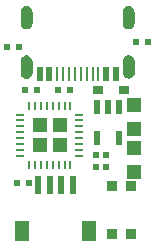
<source format=gbr>
G04 EAGLE Gerber RS-274X export*
G75*
%MOMM*%
%FSLAX34Y34*%
%LPD*%
%INSolderpaste Top*%
%IPPOS*%
%AMOC8*
5,1,8,0,0,1.08239X$1,22.5*%
G01*
%ADD10R,1.300000X1.200000*%
%ADD11R,0.900000X0.900000*%
%ADD12R,0.800000X0.250000*%
%ADD13R,0.250000X0.800000*%
%ADD14R,1.143000X1.143000*%
%ADD15R,0.600000X0.600000*%
%ADD16R,0.575000X1.150000*%
%ADD17R,0.275000X1.150000*%
%ADD18R,0.500000X1.550000*%
%ADD19R,1.200000X1.800000*%
%ADD20R,0.550000X1.200000*%
%ADD21R,0.500000X0.500000*%
%ADD22R,0.900000X0.800000*%

G36*
X46724Y181351D02*
X46724Y181351D01*
X46724Y181352D01*
X46725Y181352D01*
X47799Y181727D01*
X47799Y181728D01*
X47800Y181728D01*
X48763Y182333D01*
X48763Y182334D01*
X48764Y182334D01*
X49568Y183138D01*
X49568Y183139D01*
X49569Y183139D01*
X50174Y184102D01*
X50174Y184103D01*
X50175Y184103D01*
X50550Y185177D01*
X50550Y185178D01*
X50551Y185178D01*
X50552Y185193D01*
X50553Y185198D01*
X50553Y185203D01*
X50554Y185208D01*
X50555Y185213D01*
X50555Y185218D01*
X50556Y185223D01*
X50556Y185228D01*
X50559Y185253D01*
X50560Y185258D01*
X50560Y185263D01*
X50561Y185268D01*
X50561Y185273D01*
X50562Y185278D01*
X50562Y185283D01*
X50563Y185288D01*
X50566Y185313D01*
X50566Y185318D01*
X50567Y185323D01*
X50567Y185328D01*
X50568Y185333D01*
X50569Y185337D01*
X50569Y185338D01*
X50569Y185342D01*
X50569Y185343D01*
X50570Y185347D01*
X50572Y185372D01*
X50573Y185377D01*
X50574Y185382D01*
X50574Y185387D01*
X50575Y185392D01*
X50575Y185397D01*
X50576Y185402D01*
X50576Y185407D01*
X50579Y185432D01*
X50580Y185437D01*
X50580Y185442D01*
X50581Y185447D01*
X50581Y185452D01*
X50582Y185457D01*
X50583Y185462D01*
X50583Y185467D01*
X50585Y185487D01*
X50586Y185492D01*
X50586Y185496D01*
X50586Y185497D01*
X50587Y185501D01*
X50587Y185502D01*
X50588Y185506D01*
X50588Y185511D01*
X50589Y185516D01*
X50589Y185521D01*
X50590Y185526D01*
X50592Y185546D01*
X50593Y185551D01*
X50593Y185556D01*
X50594Y185561D01*
X50594Y185566D01*
X50595Y185571D01*
X50595Y185576D01*
X50596Y185581D01*
X50597Y185586D01*
X50599Y185606D01*
X50599Y185611D01*
X50600Y185616D01*
X50600Y185621D01*
X50601Y185626D01*
X50602Y185631D01*
X50602Y185636D01*
X50603Y185641D01*
X50603Y185646D01*
X50605Y185665D01*
X50606Y185665D01*
X50606Y185670D01*
X50607Y185675D01*
X50607Y185680D01*
X50608Y185685D01*
X50608Y185690D01*
X50609Y185695D01*
X50609Y185700D01*
X50610Y185705D01*
X50612Y185725D01*
X50613Y185730D01*
X50613Y185735D01*
X50614Y185740D01*
X50614Y185745D01*
X50615Y185750D01*
X50616Y185755D01*
X50616Y185760D01*
X50617Y185765D01*
X50619Y185785D01*
X50619Y185790D01*
X50620Y185790D01*
X50619Y185790D01*
X50620Y185795D01*
X50621Y185800D01*
X50621Y185805D01*
X50622Y185810D01*
X50622Y185814D01*
X50622Y185815D01*
X50623Y185819D01*
X50623Y185820D01*
X50623Y185824D01*
X50626Y185844D01*
X50626Y185849D01*
X50627Y185854D01*
X50627Y185859D01*
X50628Y185864D01*
X50628Y185869D01*
X50629Y185874D01*
X50630Y185879D01*
X50630Y185884D01*
X50632Y185904D01*
X50633Y185909D01*
X50633Y185914D01*
X50634Y185914D01*
X50633Y185914D01*
X50634Y185919D01*
X50635Y185924D01*
X50635Y185929D01*
X50636Y185934D01*
X50636Y185939D01*
X50637Y185944D01*
X50639Y185964D01*
X50640Y185969D01*
X50640Y185973D01*
X50640Y185974D01*
X50641Y185978D01*
X50641Y185979D01*
X50641Y185983D01*
X50642Y185988D01*
X50642Y185993D01*
X50643Y185998D01*
X50644Y186003D01*
X50646Y186023D01*
X50646Y186028D01*
X50647Y186033D01*
X50647Y186038D01*
X50648Y186038D01*
X50647Y186038D01*
X50648Y186043D01*
X50649Y186048D01*
X50649Y186053D01*
X50650Y186058D01*
X50650Y186063D01*
X50653Y186083D01*
X50653Y186088D01*
X50654Y186093D01*
X50654Y186098D01*
X50655Y186103D01*
X50655Y186108D01*
X50656Y186113D01*
X50656Y186118D01*
X50657Y186123D01*
X50659Y186142D01*
X50660Y186147D01*
X50660Y186152D01*
X50661Y186157D01*
X50661Y186162D01*
X50662Y186162D01*
X50661Y186162D01*
X50662Y186167D01*
X50663Y186172D01*
X50663Y186177D01*
X50666Y186202D01*
X50667Y186207D01*
X50667Y186212D01*
X50668Y186217D01*
X50668Y186222D01*
X50669Y186227D01*
X50669Y186232D01*
X50670Y186237D01*
X50673Y186262D01*
X50673Y186267D01*
X50674Y186272D01*
X50674Y186277D01*
X50675Y186282D01*
X50675Y186287D01*
X50676Y186287D01*
X50675Y186287D01*
X50676Y186291D01*
X50676Y186292D01*
X50677Y186296D01*
X50677Y186297D01*
X50678Y186308D01*
X50678Y186309D01*
X50678Y195961D01*
X50678Y195962D01*
X50551Y197092D01*
X50550Y197092D01*
X50550Y197093D01*
X50175Y198167D01*
X50174Y198167D01*
X50174Y198168D01*
X49569Y199131D01*
X49568Y199131D01*
X49568Y199132D01*
X48764Y199936D01*
X48763Y199936D01*
X48763Y199937D01*
X47800Y200542D01*
X47799Y200542D01*
X47799Y200543D01*
X46725Y200918D01*
X46724Y200918D01*
X46724Y200919D01*
X45594Y201046D01*
X45593Y201046D01*
X45592Y201046D01*
X45358Y201020D01*
X45005Y200980D01*
X44653Y200940D01*
X44519Y200925D01*
X44518Y200924D01*
X44517Y200925D01*
X43497Y200568D01*
X43497Y200567D01*
X43496Y200567D01*
X42581Y199992D01*
X41816Y199228D01*
X41816Y199227D01*
X41241Y198312D01*
X41241Y198311D01*
X41240Y198311D01*
X40883Y197291D01*
X40884Y197290D01*
X40883Y197289D01*
X40882Y197284D01*
X40882Y197279D01*
X40881Y197274D01*
X40879Y197254D01*
X40879Y197249D01*
X40878Y197249D01*
X40879Y197249D01*
X40878Y197244D01*
X40877Y197239D01*
X40877Y197234D01*
X40876Y197229D01*
X40876Y197224D01*
X40875Y197219D01*
X40872Y197194D01*
X40872Y197189D01*
X40871Y197184D01*
X40871Y197179D01*
X40870Y197174D01*
X40870Y197169D01*
X40869Y197164D01*
X40868Y197159D01*
X40866Y197135D01*
X40865Y197130D01*
X40865Y197125D01*
X40864Y197125D01*
X40865Y197125D01*
X40864Y197120D01*
X40863Y197115D01*
X40863Y197110D01*
X40862Y197105D01*
X40862Y197100D01*
X40859Y197080D01*
X40859Y197075D01*
X40858Y197070D01*
X40858Y197065D01*
X40857Y197060D01*
X40857Y197055D01*
X40856Y197050D01*
X40856Y197045D01*
X40855Y197040D01*
X40853Y197020D01*
X40852Y197015D01*
X40852Y197010D01*
X40851Y197005D01*
X40851Y197000D01*
X40850Y197000D01*
X40851Y197000D01*
X40850Y196995D01*
X40849Y196991D01*
X40849Y196990D01*
X40849Y196986D01*
X40849Y196985D01*
X40848Y196981D01*
X40846Y196961D01*
X40845Y196956D01*
X40845Y196951D01*
X40844Y196946D01*
X40844Y196941D01*
X40843Y196936D01*
X40843Y196931D01*
X40842Y196926D01*
X40842Y196921D01*
X40839Y196901D01*
X40839Y196896D01*
X40838Y196891D01*
X40838Y196886D01*
X40837Y196881D01*
X40837Y196876D01*
X40836Y196876D01*
X40837Y196876D01*
X40836Y196871D01*
X40835Y196866D01*
X40833Y196841D01*
X40832Y196836D01*
X40831Y196832D01*
X40831Y196831D01*
X40831Y196827D01*
X40831Y196826D01*
X40830Y196822D01*
X40830Y196817D01*
X40829Y196812D01*
X40829Y196807D01*
X40826Y196782D01*
X40825Y196777D01*
X40825Y196772D01*
X40824Y196767D01*
X40824Y196762D01*
X40823Y196757D01*
X40823Y196752D01*
X40822Y196752D01*
X40823Y196752D01*
X40822Y196747D01*
X40820Y196727D01*
X40819Y196722D01*
X40819Y196717D01*
X40818Y196712D01*
X40817Y196707D01*
X40817Y196702D01*
X40816Y196697D01*
X40816Y196692D01*
X40815Y196687D01*
X40813Y196668D01*
X40813Y196667D01*
X40812Y196663D01*
X40812Y196658D01*
X40811Y196653D01*
X40811Y196648D01*
X40810Y196643D01*
X40810Y196638D01*
X40809Y196633D01*
X40809Y196628D01*
X40808Y196628D01*
X40809Y196628D01*
X40806Y196608D01*
X40806Y196603D01*
X40805Y196598D01*
X40805Y196593D01*
X40804Y196588D01*
X40803Y196583D01*
X40803Y196578D01*
X40802Y196573D01*
X40802Y196568D01*
X40800Y196548D01*
X40799Y196543D01*
X40798Y196538D01*
X40798Y196533D01*
X40797Y196528D01*
X40797Y196523D01*
X40796Y196518D01*
X40796Y196514D01*
X40796Y196513D01*
X40793Y196489D01*
X40792Y196484D01*
X40792Y196479D01*
X40791Y196474D01*
X40791Y196469D01*
X40790Y196464D01*
X40789Y196459D01*
X40789Y196454D01*
X40786Y196429D01*
X40786Y196424D01*
X40785Y196419D01*
X40784Y196414D01*
X40784Y196409D01*
X40783Y196404D01*
X40783Y196399D01*
X40782Y196394D01*
X40780Y196374D01*
X40779Y196369D01*
X40779Y196364D01*
X40778Y196359D01*
X40778Y196355D01*
X40778Y196354D01*
X40777Y196350D01*
X40777Y196349D01*
X40777Y196345D01*
X40776Y196340D01*
X40775Y196335D01*
X40773Y196315D01*
X40773Y196310D01*
X40772Y196305D01*
X40772Y196300D01*
X40771Y196295D01*
X40770Y196290D01*
X40770Y196285D01*
X40769Y196280D01*
X40769Y196275D01*
X40767Y196255D01*
X40766Y196250D01*
X40765Y196245D01*
X40765Y196240D01*
X40764Y196235D01*
X40764Y196230D01*
X40763Y196225D01*
X40763Y196220D01*
X40762Y196216D01*
X40762Y196215D01*
X40762Y186055D01*
X40762Y186054D01*
X40883Y184981D01*
X40884Y184980D01*
X40883Y184979D01*
X41240Y183959D01*
X41241Y183959D01*
X41241Y183958D01*
X41816Y183043D01*
X42581Y182278D01*
X43496Y181703D01*
X43497Y181703D01*
X43497Y181702D01*
X44517Y181345D01*
X44518Y181346D01*
X44519Y181345D01*
X45592Y181224D01*
X45593Y181225D01*
X45594Y181224D01*
X46724Y181351D01*
G37*
G36*
X133084Y181351D02*
X133084Y181351D01*
X133084Y181352D01*
X133085Y181352D01*
X134159Y181727D01*
X134159Y181728D01*
X134160Y181728D01*
X135123Y182333D01*
X135123Y182334D01*
X135124Y182334D01*
X135928Y183138D01*
X135928Y183139D01*
X135929Y183139D01*
X136534Y184102D01*
X136534Y184103D01*
X136535Y184103D01*
X136910Y185177D01*
X136910Y185178D01*
X136911Y185178D01*
X136912Y185193D01*
X136913Y185198D01*
X136913Y185203D01*
X136914Y185208D01*
X136915Y185213D01*
X136915Y185218D01*
X136916Y185223D01*
X136916Y185228D01*
X136919Y185253D01*
X136920Y185258D01*
X136920Y185263D01*
X136921Y185268D01*
X136921Y185273D01*
X136922Y185278D01*
X136922Y185283D01*
X136923Y185288D01*
X136926Y185313D01*
X136926Y185318D01*
X136927Y185323D01*
X136927Y185328D01*
X136928Y185333D01*
X136929Y185337D01*
X136929Y185338D01*
X136929Y185342D01*
X136929Y185343D01*
X136930Y185347D01*
X136932Y185372D01*
X136933Y185377D01*
X136934Y185382D01*
X136934Y185387D01*
X136935Y185392D01*
X136935Y185397D01*
X136936Y185402D01*
X136936Y185407D01*
X136939Y185432D01*
X136940Y185437D01*
X136940Y185442D01*
X136941Y185447D01*
X136941Y185452D01*
X136942Y185457D01*
X136943Y185462D01*
X136943Y185467D01*
X136945Y185487D01*
X136946Y185492D01*
X136946Y185496D01*
X136946Y185497D01*
X136947Y185501D01*
X136947Y185502D01*
X136948Y185506D01*
X136948Y185511D01*
X136949Y185516D01*
X136949Y185521D01*
X136950Y185526D01*
X136952Y185546D01*
X136953Y185551D01*
X136953Y185556D01*
X136954Y185561D01*
X136954Y185566D01*
X136955Y185571D01*
X136955Y185576D01*
X136956Y185581D01*
X136957Y185586D01*
X136959Y185606D01*
X136959Y185611D01*
X136960Y185616D01*
X136960Y185621D01*
X136961Y185626D01*
X136962Y185631D01*
X136962Y185636D01*
X136963Y185641D01*
X136963Y185646D01*
X136965Y185665D01*
X136966Y185665D01*
X136966Y185670D01*
X136967Y185675D01*
X136967Y185680D01*
X136968Y185685D01*
X136968Y185690D01*
X136969Y185695D01*
X136969Y185700D01*
X136970Y185705D01*
X136972Y185725D01*
X136973Y185730D01*
X136973Y185735D01*
X136974Y185740D01*
X136974Y185745D01*
X136975Y185750D01*
X136976Y185755D01*
X136976Y185760D01*
X136977Y185765D01*
X136979Y185785D01*
X136979Y185790D01*
X136980Y185790D01*
X136979Y185790D01*
X136980Y185795D01*
X136981Y185800D01*
X136981Y185805D01*
X136982Y185810D01*
X136982Y185814D01*
X136982Y185815D01*
X136983Y185819D01*
X136983Y185820D01*
X136983Y185824D01*
X136986Y185844D01*
X136986Y185849D01*
X136987Y185854D01*
X136987Y185859D01*
X136988Y185864D01*
X136988Y185869D01*
X136989Y185874D01*
X136990Y185879D01*
X136990Y185884D01*
X136992Y185904D01*
X136993Y185909D01*
X136993Y185914D01*
X136994Y185914D01*
X136993Y185914D01*
X136994Y185919D01*
X136995Y185924D01*
X136995Y185929D01*
X136996Y185934D01*
X136996Y185939D01*
X136997Y185944D01*
X136999Y185964D01*
X137000Y185969D01*
X137000Y185973D01*
X137000Y185974D01*
X137001Y185978D01*
X137001Y185979D01*
X137001Y185983D01*
X137002Y185988D01*
X137002Y185993D01*
X137003Y185998D01*
X137004Y186003D01*
X137006Y186023D01*
X137006Y186028D01*
X137007Y186033D01*
X137007Y186038D01*
X137008Y186038D01*
X137007Y186038D01*
X137008Y186043D01*
X137009Y186048D01*
X137009Y186053D01*
X137010Y186058D01*
X137010Y186063D01*
X137013Y186083D01*
X137013Y186088D01*
X137014Y186093D01*
X137014Y186098D01*
X137015Y186103D01*
X137015Y186108D01*
X137016Y186113D01*
X137016Y186118D01*
X137017Y186123D01*
X137019Y186142D01*
X137020Y186147D01*
X137020Y186152D01*
X137021Y186157D01*
X137021Y186162D01*
X137022Y186162D01*
X137021Y186162D01*
X137022Y186167D01*
X137023Y186172D01*
X137023Y186177D01*
X137026Y186202D01*
X137027Y186207D01*
X137027Y186212D01*
X137028Y186217D01*
X137028Y186222D01*
X137029Y186227D01*
X137029Y186232D01*
X137030Y186237D01*
X137033Y186262D01*
X137033Y186267D01*
X137034Y186272D01*
X137034Y186277D01*
X137035Y186282D01*
X137035Y186287D01*
X137036Y186287D01*
X137035Y186287D01*
X137036Y186291D01*
X137036Y186292D01*
X137037Y186296D01*
X137037Y186297D01*
X137038Y186308D01*
X137038Y186309D01*
X137038Y195961D01*
X137038Y195962D01*
X136911Y197092D01*
X136910Y197092D01*
X136910Y197093D01*
X136535Y198167D01*
X136534Y198167D01*
X136534Y198168D01*
X135929Y199131D01*
X135928Y199131D01*
X135928Y199132D01*
X135124Y199936D01*
X135123Y199936D01*
X135123Y199937D01*
X134160Y200542D01*
X134159Y200542D01*
X134159Y200543D01*
X133085Y200918D01*
X133084Y200918D01*
X133084Y200919D01*
X131954Y201046D01*
X131953Y201046D01*
X131952Y201046D01*
X131718Y201020D01*
X131365Y200980D01*
X131013Y200940D01*
X130879Y200925D01*
X130878Y200924D01*
X130877Y200925D01*
X129857Y200568D01*
X129857Y200567D01*
X129856Y200567D01*
X128941Y199992D01*
X128176Y199228D01*
X128176Y199227D01*
X127601Y198312D01*
X127601Y198311D01*
X127600Y198311D01*
X127243Y197291D01*
X127244Y197290D01*
X127243Y197289D01*
X127242Y197284D01*
X127242Y197279D01*
X127241Y197274D01*
X127239Y197254D01*
X127239Y197249D01*
X127238Y197249D01*
X127239Y197249D01*
X127238Y197244D01*
X127237Y197239D01*
X127237Y197234D01*
X127236Y197229D01*
X127236Y197224D01*
X127235Y197219D01*
X127232Y197194D01*
X127232Y197189D01*
X127231Y197184D01*
X127231Y197179D01*
X127230Y197174D01*
X127230Y197169D01*
X127229Y197164D01*
X127228Y197159D01*
X127226Y197135D01*
X127225Y197130D01*
X127225Y197125D01*
X127224Y197125D01*
X127225Y197125D01*
X127224Y197120D01*
X127223Y197115D01*
X127223Y197110D01*
X127222Y197105D01*
X127222Y197100D01*
X127219Y197080D01*
X127219Y197075D01*
X127218Y197070D01*
X127218Y197065D01*
X127217Y197060D01*
X127217Y197055D01*
X127216Y197050D01*
X127216Y197045D01*
X127215Y197040D01*
X127213Y197020D01*
X127212Y197015D01*
X127212Y197010D01*
X127211Y197005D01*
X127211Y197000D01*
X127210Y197000D01*
X127211Y197000D01*
X127210Y196995D01*
X127209Y196991D01*
X127209Y196990D01*
X127209Y196986D01*
X127209Y196985D01*
X127208Y196981D01*
X127206Y196961D01*
X127205Y196956D01*
X127205Y196951D01*
X127204Y196946D01*
X127204Y196941D01*
X127203Y196936D01*
X127203Y196931D01*
X127202Y196926D01*
X127202Y196921D01*
X127199Y196901D01*
X127199Y196896D01*
X127198Y196891D01*
X127198Y196886D01*
X127197Y196881D01*
X127197Y196876D01*
X127196Y196876D01*
X127197Y196876D01*
X127196Y196871D01*
X127195Y196866D01*
X127193Y196841D01*
X127192Y196836D01*
X127191Y196832D01*
X127191Y196831D01*
X127191Y196827D01*
X127191Y196826D01*
X127190Y196822D01*
X127190Y196817D01*
X127189Y196812D01*
X127189Y196807D01*
X127186Y196782D01*
X127185Y196777D01*
X127185Y196772D01*
X127184Y196767D01*
X127184Y196762D01*
X127183Y196757D01*
X127183Y196752D01*
X127182Y196752D01*
X127183Y196752D01*
X127182Y196747D01*
X127180Y196727D01*
X127179Y196722D01*
X127179Y196717D01*
X127178Y196712D01*
X127177Y196707D01*
X127177Y196702D01*
X127176Y196697D01*
X127176Y196692D01*
X127175Y196687D01*
X127173Y196668D01*
X127173Y196667D01*
X127172Y196663D01*
X127172Y196658D01*
X127171Y196653D01*
X127171Y196648D01*
X127170Y196643D01*
X127170Y196638D01*
X127169Y196633D01*
X127169Y196628D01*
X127168Y196628D01*
X127169Y196628D01*
X127166Y196608D01*
X127166Y196603D01*
X127165Y196598D01*
X127165Y196593D01*
X127164Y196588D01*
X127163Y196583D01*
X127163Y196578D01*
X127162Y196573D01*
X127162Y196568D01*
X127160Y196548D01*
X127159Y196543D01*
X127158Y196538D01*
X127158Y196533D01*
X127157Y196528D01*
X127157Y196523D01*
X127156Y196518D01*
X127156Y196514D01*
X127156Y196513D01*
X127153Y196489D01*
X127152Y196484D01*
X127152Y196479D01*
X127151Y196474D01*
X127151Y196469D01*
X127150Y196464D01*
X127149Y196459D01*
X127149Y196454D01*
X127146Y196429D01*
X127146Y196424D01*
X127145Y196419D01*
X127144Y196414D01*
X127144Y196409D01*
X127143Y196404D01*
X127143Y196399D01*
X127142Y196394D01*
X127140Y196374D01*
X127139Y196369D01*
X127139Y196364D01*
X127138Y196359D01*
X127138Y196355D01*
X127138Y196354D01*
X127137Y196350D01*
X127137Y196349D01*
X127137Y196345D01*
X127136Y196340D01*
X127135Y196335D01*
X127133Y196315D01*
X127133Y196310D01*
X127132Y196305D01*
X127132Y196300D01*
X127131Y196295D01*
X127130Y196290D01*
X127130Y196285D01*
X127129Y196280D01*
X127129Y196275D01*
X127127Y196255D01*
X127126Y196250D01*
X127125Y196245D01*
X127125Y196240D01*
X127124Y196235D01*
X127124Y196230D01*
X127123Y196225D01*
X127123Y196220D01*
X127122Y196216D01*
X127122Y196215D01*
X127122Y186055D01*
X127122Y186054D01*
X127243Y184981D01*
X127244Y184980D01*
X127243Y184979D01*
X127600Y183959D01*
X127601Y183959D01*
X127601Y183958D01*
X128176Y183043D01*
X128941Y182278D01*
X129856Y181703D01*
X129857Y181703D01*
X129857Y181702D01*
X130877Y181345D01*
X130878Y181346D01*
X130879Y181345D01*
X131952Y181224D01*
X131953Y181225D01*
X131954Y181224D01*
X133084Y181351D01*
G37*
G36*
X133211Y139568D02*
X133211Y139568D01*
X133211Y139569D01*
X133212Y139569D01*
X134286Y139944D01*
X134286Y139945D01*
X134287Y139945D01*
X135250Y140550D01*
X135250Y140551D01*
X135251Y140551D01*
X136055Y141355D01*
X136055Y141356D01*
X136056Y141356D01*
X136661Y142319D01*
X136661Y142320D01*
X136662Y142320D01*
X137037Y143394D01*
X137037Y143395D01*
X137038Y143395D01*
X137039Y143410D01*
X137040Y143415D01*
X137040Y143420D01*
X137041Y143425D01*
X137042Y143430D01*
X137042Y143435D01*
X137043Y143440D01*
X137043Y143445D01*
X137046Y143470D01*
X137047Y143475D01*
X137047Y143480D01*
X137048Y143485D01*
X137048Y143490D01*
X137049Y143495D01*
X137049Y143500D01*
X137050Y143505D01*
X137053Y143530D01*
X137053Y143535D01*
X137054Y143540D01*
X137054Y143545D01*
X137055Y143550D01*
X137056Y143554D01*
X137056Y143555D01*
X137056Y143559D01*
X137056Y143560D01*
X137057Y143564D01*
X137059Y143589D01*
X137060Y143594D01*
X137061Y143599D01*
X137061Y143604D01*
X137062Y143609D01*
X137062Y143614D01*
X137063Y143619D01*
X137063Y143624D01*
X137066Y143649D01*
X137067Y143654D01*
X137067Y143659D01*
X137068Y143664D01*
X137068Y143669D01*
X137069Y143674D01*
X137070Y143679D01*
X137070Y143684D01*
X137072Y143704D01*
X137073Y143709D01*
X137073Y143713D01*
X137073Y143714D01*
X137074Y143718D01*
X137074Y143719D01*
X137075Y143723D01*
X137075Y143728D01*
X137076Y143733D01*
X137076Y143738D01*
X137077Y143743D01*
X137079Y143763D01*
X137080Y143768D01*
X137080Y143773D01*
X137081Y143778D01*
X137081Y143783D01*
X137082Y143788D01*
X137082Y143793D01*
X137083Y143798D01*
X137084Y143803D01*
X137086Y143823D01*
X137086Y143828D01*
X137087Y143833D01*
X137087Y143838D01*
X137088Y143843D01*
X137089Y143848D01*
X137089Y143853D01*
X137090Y143858D01*
X137090Y143863D01*
X137092Y143882D01*
X137093Y143882D01*
X137093Y143887D01*
X137094Y143892D01*
X137094Y143897D01*
X137095Y143902D01*
X137095Y143907D01*
X137096Y143912D01*
X137096Y143917D01*
X137097Y143922D01*
X137099Y143942D01*
X137100Y143947D01*
X137100Y143952D01*
X137101Y143957D01*
X137101Y143962D01*
X137102Y143967D01*
X137103Y143972D01*
X137103Y143977D01*
X137104Y143982D01*
X137106Y144002D01*
X137106Y144007D01*
X137107Y144007D01*
X137106Y144007D01*
X137107Y144012D01*
X137108Y144017D01*
X137108Y144022D01*
X137109Y144027D01*
X137109Y144031D01*
X137109Y144032D01*
X137110Y144036D01*
X137110Y144037D01*
X137110Y144041D01*
X137113Y144061D01*
X137113Y144066D01*
X137114Y144071D01*
X137114Y144076D01*
X137115Y144081D01*
X137115Y144086D01*
X137116Y144091D01*
X137117Y144096D01*
X137117Y144101D01*
X137119Y144121D01*
X137120Y144126D01*
X137120Y144131D01*
X137121Y144131D01*
X137120Y144131D01*
X137121Y144136D01*
X137122Y144141D01*
X137122Y144146D01*
X137123Y144151D01*
X137123Y144156D01*
X137124Y144161D01*
X137126Y144181D01*
X137127Y144186D01*
X137127Y144190D01*
X137127Y144191D01*
X137128Y144195D01*
X137128Y144196D01*
X137128Y144200D01*
X137129Y144205D01*
X137129Y144210D01*
X137130Y144215D01*
X137131Y144220D01*
X137133Y144240D01*
X137133Y144245D01*
X137134Y144250D01*
X137134Y144255D01*
X137135Y144255D01*
X137134Y144255D01*
X137135Y144260D01*
X137136Y144265D01*
X137136Y144270D01*
X137137Y144275D01*
X137137Y144280D01*
X137140Y144300D01*
X137140Y144305D01*
X137141Y144310D01*
X137141Y144315D01*
X137142Y144320D01*
X137142Y144325D01*
X137143Y144330D01*
X137143Y144335D01*
X137144Y144340D01*
X137146Y144359D01*
X137147Y144364D01*
X137147Y144369D01*
X137148Y144374D01*
X137148Y144379D01*
X137149Y144379D01*
X137148Y144379D01*
X137149Y144384D01*
X137150Y144389D01*
X137150Y144394D01*
X137153Y144419D01*
X137154Y144424D01*
X137154Y144429D01*
X137155Y144434D01*
X137155Y144439D01*
X137156Y144444D01*
X137156Y144449D01*
X137157Y144454D01*
X137160Y144479D01*
X137160Y144484D01*
X137161Y144489D01*
X137161Y144494D01*
X137162Y144499D01*
X137162Y144504D01*
X137163Y144504D01*
X137162Y144504D01*
X137163Y144508D01*
X137163Y144509D01*
X137164Y144513D01*
X137164Y144514D01*
X137165Y144525D01*
X137165Y144526D01*
X137165Y154178D01*
X137165Y154179D01*
X137038Y155309D01*
X137037Y155309D01*
X137037Y155310D01*
X136662Y156384D01*
X136661Y156384D01*
X136661Y156385D01*
X136056Y157348D01*
X136055Y157348D01*
X136055Y157349D01*
X135251Y158153D01*
X135250Y158153D01*
X135250Y158154D01*
X134287Y158759D01*
X134286Y158759D01*
X134286Y158760D01*
X133212Y159135D01*
X133211Y159135D01*
X133211Y159136D01*
X132081Y159263D01*
X132080Y159263D01*
X132079Y159263D01*
X131845Y159237D01*
X131492Y159197D01*
X131140Y159157D01*
X131006Y159142D01*
X131005Y159141D01*
X131004Y159142D01*
X129984Y158785D01*
X129984Y158784D01*
X129983Y158784D01*
X129068Y158209D01*
X128303Y157445D01*
X128303Y157444D01*
X127728Y156529D01*
X127728Y156528D01*
X127727Y156528D01*
X127370Y155508D01*
X127371Y155507D01*
X127370Y155506D01*
X127369Y155501D01*
X127369Y155496D01*
X127368Y155491D01*
X127366Y155471D01*
X127366Y155466D01*
X127365Y155466D01*
X127366Y155466D01*
X127365Y155461D01*
X127364Y155456D01*
X127364Y155451D01*
X127363Y155446D01*
X127363Y155441D01*
X127362Y155436D01*
X127359Y155411D01*
X127359Y155406D01*
X127358Y155401D01*
X127358Y155396D01*
X127357Y155391D01*
X127357Y155386D01*
X127356Y155381D01*
X127355Y155376D01*
X127353Y155352D01*
X127352Y155347D01*
X127352Y155342D01*
X127351Y155342D01*
X127352Y155342D01*
X127351Y155337D01*
X127350Y155332D01*
X127350Y155327D01*
X127349Y155322D01*
X127349Y155317D01*
X127346Y155297D01*
X127346Y155292D01*
X127345Y155287D01*
X127345Y155282D01*
X127344Y155277D01*
X127344Y155272D01*
X127343Y155267D01*
X127343Y155262D01*
X127342Y155257D01*
X127340Y155237D01*
X127339Y155232D01*
X127339Y155227D01*
X127338Y155222D01*
X127338Y155217D01*
X127337Y155217D01*
X127338Y155217D01*
X127337Y155212D01*
X127336Y155208D01*
X127336Y155207D01*
X127336Y155203D01*
X127336Y155202D01*
X127335Y155198D01*
X127333Y155178D01*
X127332Y155173D01*
X127332Y155168D01*
X127331Y155163D01*
X127331Y155158D01*
X127330Y155153D01*
X127330Y155148D01*
X127329Y155143D01*
X127329Y155138D01*
X127326Y155118D01*
X127326Y155113D01*
X127325Y155108D01*
X127325Y155103D01*
X127324Y155098D01*
X127324Y155093D01*
X127323Y155093D01*
X127324Y155093D01*
X127323Y155088D01*
X127322Y155083D01*
X127320Y155058D01*
X127319Y155053D01*
X127318Y155049D01*
X127318Y155048D01*
X127318Y155044D01*
X127318Y155043D01*
X127317Y155039D01*
X127317Y155034D01*
X127316Y155029D01*
X127316Y155024D01*
X127313Y154999D01*
X127312Y154994D01*
X127312Y154989D01*
X127311Y154984D01*
X127311Y154979D01*
X127310Y154974D01*
X127310Y154969D01*
X127309Y154969D01*
X127310Y154969D01*
X127309Y154964D01*
X127307Y154944D01*
X127306Y154939D01*
X127306Y154934D01*
X127305Y154929D01*
X127304Y154924D01*
X127304Y154919D01*
X127303Y154914D01*
X127303Y154909D01*
X127302Y154904D01*
X127300Y154885D01*
X127300Y154884D01*
X127299Y154880D01*
X127299Y154875D01*
X127298Y154870D01*
X127298Y154865D01*
X127297Y154860D01*
X127297Y154855D01*
X127296Y154850D01*
X127296Y154845D01*
X127295Y154845D01*
X127296Y154845D01*
X127293Y154825D01*
X127293Y154820D01*
X127292Y154815D01*
X127292Y154810D01*
X127291Y154805D01*
X127290Y154800D01*
X127290Y154795D01*
X127289Y154790D01*
X127289Y154785D01*
X127287Y154765D01*
X127286Y154760D01*
X127285Y154755D01*
X127285Y154750D01*
X127284Y154745D01*
X127284Y154740D01*
X127283Y154735D01*
X127283Y154731D01*
X127283Y154730D01*
X127280Y154706D01*
X127279Y154701D01*
X127279Y154696D01*
X127278Y154691D01*
X127278Y154686D01*
X127277Y154681D01*
X127276Y154676D01*
X127276Y154671D01*
X127273Y154646D01*
X127273Y154641D01*
X127272Y154636D01*
X127271Y154631D01*
X127271Y154626D01*
X127270Y154621D01*
X127270Y154616D01*
X127269Y154611D01*
X127267Y154591D01*
X127266Y154586D01*
X127266Y154581D01*
X127265Y154576D01*
X127265Y154572D01*
X127265Y154571D01*
X127264Y154567D01*
X127264Y154566D01*
X127264Y154562D01*
X127263Y154557D01*
X127262Y154552D01*
X127260Y154532D01*
X127260Y154527D01*
X127259Y154522D01*
X127259Y154517D01*
X127258Y154512D01*
X127257Y154507D01*
X127257Y154502D01*
X127256Y154497D01*
X127256Y154492D01*
X127254Y154472D01*
X127253Y154467D01*
X127252Y154462D01*
X127252Y154457D01*
X127251Y154452D01*
X127251Y154447D01*
X127250Y154442D01*
X127250Y154437D01*
X127249Y154433D01*
X127249Y154432D01*
X127249Y144272D01*
X127249Y144271D01*
X127370Y143198D01*
X127371Y143197D01*
X127370Y143196D01*
X127727Y142176D01*
X127728Y142176D01*
X127728Y142175D01*
X128303Y141260D01*
X129068Y140495D01*
X129983Y139920D01*
X129984Y139920D01*
X129984Y139919D01*
X131004Y139562D01*
X131005Y139563D01*
X131006Y139562D01*
X132079Y139441D01*
X132080Y139442D01*
X132081Y139441D01*
X133211Y139568D01*
G37*
G36*
X46724Y139441D02*
X46724Y139441D01*
X46724Y139442D01*
X46725Y139442D01*
X47799Y139817D01*
X47799Y139818D01*
X47800Y139818D01*
X48763Y140423D01*
X48763Y140424D01*
X48764Y140424D01*
X49568Y141228D01*
X49568Y141229D01*
X49569Y141229D01*
X50174Y142192D01*
X50174Y142193D01*
X50175Y142193D01*
X50550Y143267D01*
X50550Y143268D01*
X50551Y143268D01*
X50552Y143283D01*
X50553Y143288D01*
X50553Y143293D01*
X50554Y143298D01*
X50555Y143303D01*
X50555Y143308D01*
X50556Y143313D01*
X50556Y143318D01*
X50559Y143343D01*
X50560Y143348D01*
X50560Y143353D01*
X50561Y143358D01*
X50561Y143363D01*
X50562Y143368D01*
X50562Y143373D01*
X50563Y143378D01*
X50566Y143403D01*
X50566Y143408D01*
X50567Y143413D01*
X50567Y143418D01*
X50568Y143423D01*
X50569Y143427D01*
X50569Y143428D01*
X50569Y143432D01*
X50569Y143433D01*
X50570Y143437D01*
X50572Y143462D01*
X50573Y143467D01*
X50574Y143472D01*
X50574Y143477D01*
X50575Y143482D01*
X50575Y143487D01*
X50576Y143492D01*
X50576Y143497D01*
X50579Y143522D01*
X50580Y143527D01*
X50580Y143532D01*
X50581Y143537D01*
X50581Y143542D01*
X50582Y143547D01*
X50583Y143552D01*
X50583Y143557D01*
X50585Y143577D01*
X50586Y143582D01*
X50586Y143586D01*
X50586Y143587D01*
X50587Y143591D01*
X50587Y143592D01*
X50588Y143596D01*
X50588Y143601D01*
X50589Y143606D01*
X50589Y143611D01*
X50590Y143616D01*
X50592Y143636D01*
X50593Y143641D01*
X50593Y143646D01*
X50594Y143651D01*
X50594Y143656D01*
X50595Y143661D01*
X50595Y143666D01*
X50596Y143671D01*
X50597Y143676D01*
X50599Y143696D01*
X50599Y143701D01*
X50600Y143706D01*
X50600Y143711D01*
X50601Y143716D01*
X50602Y143721D01*
X50602Y143726D01*
X50603Y143731D01*
X50603Y143736D01*
X50605Y143755D01*
X50606Y143755D01*
X50606Y143760D01*
X50607Y143765D01*
X50607Y143770D01*
X50608Y143775D01*
X50608Y143780D01*
X50609Y143785D01*
X50609Y143790D01*
X50610Y143795D01*
X50612Y143815D01*
X50613Y143820D01*
X50613Y143825D01*
X50614Y143830D01*
X50614Y143835D01*
X50615Y143840D01*
X50616Y143845D01*
X50616Y143850D01*
X50617Y143855D01*
X50619Y143875D01*
X50619Y143880D01*
X50620Y143880D01*
X50619Y143880D01*
X50620Y143885D01*
X50621Y143890D01*
X50621Y143895D01*
X50622Y143900D01*
X50622Y143904D01*
X50622Y143905D01*
X50623Y143909D01*
X50623Y143910D01*
X50623Y143914D01*
X50626Y143934D01*
X50626Y143939D01*
X50627Y143944D01*
X50627Y143949D01*
X50628Y143954D01*
X50628Y143959D01*
X50629Y143964D01*
X50630Y143969D01*
X50630Y143974D01*
X50632Y143994D01*
X50633Y143999D01*
X50633Y144004D01*
X50634Y144004D01*
X50633Y144004D01*
X50634Y144009D01*
X50635Y144014D01*
X50635Y144019D01*
X50636Y144024D01*
X50636Y144029D01*
X50637Y144034D01*
X50639Y144054D01*
X50640Y144059D01*
X50640Y144063D01*
X50640Y144064D01*
X50641Y144068D01*
X50641Y144069D01*
X50641Y144073D01*
X50642Y144078D01*
X50642Y144083D01*
X50643Y144088D01*
X50644Y144093D01*
X50646Y144113D01*
X50646Y144118D01*
X50647Y144123D01*
X50647Y144128D01*
X50648Y144128D01*
X50647Y144128D01*
X50648Y144133D01*
X50649Y144138D01*
X50649Y144143D01*
X50650Y144148D01*
X50650Y144153D01*
X50653Y144173D01*
X50653Y144178D01*
X50654Y144183D01*
X50654Y144188D01*
X50655Y144193D01*
X50655Y144198D01*
X50656Y144203D01*
X50656Y144208D01*
X50657Y144213D01*
X50659Y144232D01*
X50660Y144237D01*
X50660Y144242D01*
X50661Y144247D01*
X50661Y144252D01*
X50662Y144252D01*
X50661Y144252D01*
X50662Y144257D01*
X50663Y144262D01*
X50663Y144267D01*
X50666Y144292D01*
X50667Y144297D01*
X50667Y144302D01*
X50668Y144307D01*
X50668Y144312D01*
X50669Y144317D01*
X50669Y144322D01*
X50670Y144327D01*
X50673Y144352D01*
X50673Y144357D01*
X50674Y144362D01*
X50674Y144367D01*
X50675Y144372D01*
X50675Y144377D01*
X50676Y144377D01*
X50675Y144377D01*
X50676Y144381D01*
X50676Y144382D01*
X50677Y144386D01*
X50677Y144387D01*
X50678Y144398D01*
X50678Y144399D01*
X50678Y154051D01*
X50678Y154052D01*
X50551Y155182D01*
X50550Y155182D01*
X50550Y155183D01*
X50175Y156257D01*
X50174Y156257D01*
X50174Y156258D01*
X49569Y157221D01*
X49568Y157221D01*
X49568Y157222D01*
X48764Y158026D01*
X48763Y158026D01*
X48763Y158027D01*
X47800Y158632D01*
X47799Y158632D01*
X47799Y158633D01*
X46725Y159008D01*
X46724Y159008D01*
X46724Y159009D01*
X45594Y159136D01*
X45593Y159136D01*
X45592Y159136D01*
X45358Y159110D01*
X45005Y159070D01*
X44653Y159030D01*
X44519Y159015D01*
X44518Y159014D01*
X44517Y159015D01*
X43497Y158658D01*
X43497Y158657D01*
X43496Y158657D01*
X42581Y158082D01*
X41816Y157318D01*
X41816Y157317D01*
X41241Y156402D01*
X41241Y156401D01*
X41240Y156401D01*
X40883Y155381D01*
X40884Y155380D01*
X40883Y155379D01*
X40882Y155374D01*
X40882Y155369D01*
X40881Y155364D01*
X40879Y155344D01*
X40879Y155339D01*
X40878Y155339D01*
X40879Y155339D01*
X40878Y155334D01*
X40877Y155329D01*
X40877Y155324D01*
X40876Y155319D01*
X40876Y155314D01*
X40875Y155309D01*
X40872Y155284D01*
X40872Y155279D01*
X40871Y155274D01*
X40871Y155269D01*
X40870Y155264D01*
X40870Y155259D01*
X40869Y155254D01*
X40868Y155249D01*
X40866Y155225D01*
X40865Y155220D01*
X40865Y155215D01*
X40864Y155215D01*
X40865Y155215D01*
X40864Y155210D01*
X40863Y155205D01*
X40863Y155200D01*
X40862Y155195D01*
X40862Y155190D01*
X40859Y155170D01*
X40859Y155165D01*
X40858Y155160D01*
X40858Y155155D01*
X40857Y155150D01*
X40857Y155145D01*
X40856Y155140D01*
X40856Y155135D01*
X40855Y155130D01*
X40853Y155110D01*
X40852Y155105D01*
X40852Y155100D01*
X40851Y155095D01*
X40851Y155090D01*
X40850Y155090D01*
X40851Y155090D01*
X40850Y155085D01*
X40849Y155081D01*
X40849Y155080D01*
X40849Y155076D01*
X40849Y155075D01*
X40848Y155071D01*
X40846Y155051D01*
X40845Y155046D01*
X40845Y155041D01*
X40844Y155036D01*
X40844Y155031D01*
X40843Y155026D01*
X40843Y155021D01*
X40842Y155016D01*
X40842Y155011D01*
X40839Y154991D01*
X40839Y154986D01*
X40838Y154981D01*
X40838Y154976D01*
X40837Y154971D01*
X40837Y154966D01*
X40836Y154966D01*
X40837Y154966D01*
X40836Y154961D01*
X40835Y154956D01*
X40833Y154931D01*
X40832Y154926D01*
X40831Y154922D01*
X40831Y154921D01*
X40831Y154917D01*
X40831Y154916D01*
X40830Y154912D01*
X40830Y154907D01*
X40829Y154902D01*
X40829Y154897D01*
X40826Y154872D01*
X40825Y154867D01*
X40825Y154862D01*
X40824Y154857D01*
X40824Y154852D01*
X40823Y154847D01*
X40823Y154842D01*
X40822Y154842D01*
X40823Y154842D01*
X40822Y154837D01*
X40820Y154817D01*
X40819Y154812D01*
X40819Y154807D01*
X40818Y154802D01*
X40817Y154797D01*
X40817Y154792D01*
X40816Y154787D01*
X40816Y154782D01*
X40815Y154777D01*
X40813Y154758D01*
X40813Y154757D01*
X40812Y154753D01*
X40812Y154748D01*
X40811Y154743D01*
X40811Y154738D01*
X40810Y154733D01*
X40810Y154728D01*
X40809Y154723D01*
X40809Y154718D01*
X40808Y154718D01*
X40809Y154718D01*
X40806Y154698D01*
X40806Y154693D01*
X40805Y154688D01*
X40805Y154683D01*
X40804Y154678D01*
X40803Y154673D01*
X40803Y154668D01*
X40802Y154663D01*
X40802Y154658D01*
X40800Y154638D01*
X40799Y154633D01*
X40798Y154628D01*
X40798Y154623D01*
X40797Y154618D01*
X40797Y154613D01*
X40796Y154608D01*
X40796Y154604D01*
X40796Y154603D01*
X40793Y154579D01*
X40792Y154574D01*
X40792Y154569D01*
X40791Y154564D01*
X40791Y154559D01*
X40790Y154554D01*
X40789Y154549D01*
X40789Y154544D01*
X40786Y154519D01*
X40786Y154514D01*
X40785Y154509D01*
X40784Y154504D01*
X40784Y154499D01*
X40783Y154494D01*
X40783Y154489D01*
X40782Y154484D01*
X40780Y154464D01*
X40779Y154459D01*
X40779Y154454D01*
X40778Y154449D01*
X40778Y154445D01*
X40778Y154444D01*
X40777Y154440D01*
X40777Y154439D01*
X40777Y154435D01*
X40776Y154430D01*
X40775Y154425D01*
X40773Y154405D01*
X40773Y154400D01*
X40772Y154395D01*
X40772Y154390D01*
X40771Y154385D01*
X40770Y154380D01*
X40770Y154375D01*
X40769Y154370D01*
X40769Y154365D01*
X40767Y154345D01*
X40766Y154340D01*
X40765Y154335D01*
X40765Y154330D01*
X40764Y154325D01*
X40764Y154320D01*
X40763Y154315D01*
X40763Y154310D01*
X40762Y154306D01*
X40762Y154305D01*
X40762Y144145D01*
X40762Y144144D01*
X40883Y143071D01*
X40884Y143070D01*
X40883Y143069D01*
X41240Y142049D01*
X41241Y142049D01*
X41241Y142048D01*
X41816Y141133D01*
X42581Y140368D01*
X43496Y139793D01*
X43497Y139793D01*
X43497Y139792D01*
X44517Y139435D01*
X44518Y139436D01*
X44519Y139435D01*
X45592Y139314D01*
X45593Y139315D01*
X45594Y139314D01*
X46724Y139441D01*
G37*
D10*
X136398Y81026D03*
X136398Y60706D03*
X136906Y117475D03*
X136906Y97155D03*
D11*
X117730Y48440D03*
X133730Y48440D03*
X133730Y7440D03*
X117730Y7440D03*
D12*
X40253Y109016D03*
X40253Y104016D03*
X40253Y99016D03*
X40253Y94016D03*
X40253Y89016D03*
X40253Y84016D03*
X40253Y79016D03*
X40253Y74016D03*
D13*
X47753Y66516D03*
X52753Y66516D03*
X57753Y66516D03*
X62753Y66516D03*
X67753Y66516D03*
X72753Y66516D03*
X77753Y66516D03*
X82753Y66516D03*
D12*
X90253Y74016D03*
X90253Y79016D03*
X90253Y84016D03*
X90253Y89016D03*
X90253Y94016D03*
X90253Y99016D03*
X90253Y104016D03*
X90253Y109016D03*
D13*
X82753Y116516D03*
X77753Y116516D03*
X72753Y116516D03*
X67753Y116516D03*
X62753Y116516D03*
X57753Y116516D03*
X52753Y116516D03*
X47753Y116516D03*
D14*
X56998Y83261D03*
X73508Y99771D03*
X56998Y99771D03*
X73508Y83261D03*
D15*
X54610Y129667D03*
X44450Y129667D03*
X72009Y129794D03*
X82169Y129794D03*
D16*
X120900Y143620D03*
X112900Y143620D03*
D17*
X106400Y143620D03*
X101400Y143620D03*
X96400Y143620D03*
X91400Y143620D03*
X86400Y143620D03*
X81400Y143620D03*
X76400Y143620D03*
X71400Y143620D03*
D16*
X64900Y143620D03*
X56900Y143620D03*
D15*
X29210Y165989D03*
X39370Y165989D03*
X148590Y170434D03*
X138430Y170434D03*
D18*
X65104Y49016D03*
X75104Y49016D03*
X55104Y49016D03*
X85104Y49016D03*
D19*
X42104Y10016D03*
X98104Y10016D03*
D20*
X123800Y115109D03*
X114300Y115109D03*
X104800Y115109D03*
X104800Y89107D03*
X123800Y89107D03*
D21*
X104212Y64723D03*
X113212Y64723D03*
X113212Y74723D03*
X104212Y74723D03*
D22*
X127794Y129540D03*
X106394Y129540D03*
D15*
X37592Y51435D03*
X47752Y51435D03*
M02*

</source>
